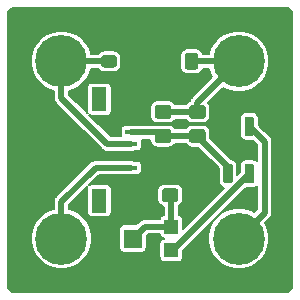
<source format=gbr>
G04 #@! TF.GenerationSoftware,KiCad,Pcbnew,(5.1.2)-2*
G04 #@! TF.CreationDate,2019-07-30T15:23:33+02:00*
G04 #@! TF.ProjectId,sensor_auxiliary,73656e73-6f72-45f6-9175-78696c696172,1*
G04 #@! TF.SameCoordinates,Original*
G04 #@! TF.FileFunction,Copper,L1,Top*
G04 #@! TF.FilePolarity,Positive*
%FSLAX46Y46*%
G04 Gerber Fmt 4.6, Leading zero omitted, Abs format (unit mm)*
G04 Created by KiCad (PCBNEW (5.1.2)-2) date 2019-07-30 15:23:33*
%MOMM*%
%LPD*%
G04 APERTURE LIST*
%ADD10R,1.200000X1.200000*%
%ADD11R,1.500000X1.600000*%
%ADD12C,0.100000*%
%ADD13C,0.790000*%
%ADD14C,1.150000*%
%ADD15C,1.050000*%
%ADD16C,4.400000*%
%ADD17C,0.700000*%
%ADD18R,1.300000X2.000000*%
%ADD19R,1.000000X0.400000*%
%ADD20C,0.500000*%
%ADD21C,0.200000*%
G04 APERTURE END LIST*
D10*
X44300000Y-51000000D03*
X44300000Y-49000000D03*
D11*
X41050000Y-50000000D03*
D12*
G36*
X49316858Y-39670951D02*
G01*
X49336030Y-39673795D01*
X49354831Y-39678504D01*
X49373080Y-39685034D01*
X49390601Y-39693321D01*
X49407225Y-39703285D01*
X49422793Y-39714830D01*
X49437154Y-39727846D01*
X49450170Y-39742207D01*
X49461715Y-39757775D01*
X49471679Y-39774399D01*
X49479966Y-39791920D01*
X49486496Y-39810169D01*
X49491205Y-39828970D01*
X49494049Y-39848142D01*
X49495000Y-39867500D01*
X49495000Y-41132500D01*
X49494049Y-41151858D01*
X49491205Y-41171030D01*
X49486496Y-41189831D01*
X49479966Y-41208080D01*
X49471679Y-41225601D01*
X49461715Y-41242225D01*
X49450170Y-41257793D01*
X49437154Y-41272154D01*
X49422793Y-41285170D01*
X49407225Y-41296715D01*
X49390601Y-41306679D01*
X49373080Y-41314966D01*
X49354831Y-41321496D01*
X49336030Y-41326205D01*
X49316858Y-41329049D01*
X49297500Y-41330000D01*
X48902500Y-41330000D01*
X48883142Y-41329049D01*
X48863970Y-41326205D01*
X48845169Y-41321496D01*
X48826920Y-41314966D01*
X48809399Y-41306679D01*
X48792775Y-41296715D01*
X48777207Y-41285170D01*
X48762846Y-41272154D01*
X48749830Y-41257793D01*
X48738285Y-41242225D01*
X48728321Y-41225601D01*
X48720034Y-41208080D01*
X48713504Y-41189831D01*
X48708795Y-41171030D01*
X48705951Y-41151858D01*
X48705000Y-41132500D01*
X48705000Y-39867500D01*
X48705951Y-39848142D01*
X48708795Y-39828970D01*
X48713504Y-39810169D01*
X48720034Y-39791920D01*
X48728321Y-39774399D01*
X48738285Y-39757775D01*
X48749830Y-39742207D01*
X48762846Y-39727846D01*
X48777207Y-39714830D01*
X48792775Y-39703285D01*
X48809399Y-39693321D01*
X48826920Y-39685034D01*
X48845169Y-39678504D01*
X48863970Y-39673795D01*
X48883142Y-39670951D01*
X48902500Y-39670000D01*
X49297500Y-39670000D01*
X49316858Y-39670951D01*
X49316858Y-39670951D01*
G37*
D13*
X49100000Y-40500000D03*
D12*
G36*
X51116858Y-39670951D02*
G01*
X51136030Y-39673795D01*
X51154831Y-39678504D01*
X51173080Y-39685034D01*
X51190601Y-39693321D01*
X51207225Y-39703285D01*
X51222793Y-39714830D01*
X51237154Y-39727846D01*
X51250170Y-39742207D01*
X51261715Y-39757775D01*
X51271679Y-39774399D01*
X51279966Y-39791920D01*
X51286496Y-39810169D01*
X51291205Y-39828970D01*
X51294049Y-39848142D01*
X51295000Y-39867500D01*
X51295000Y-41132500D01*
X51294049Y-41151858D01*
X51291205Y-41171030D01*
X51286496Y-41189831D01*
X51279966Y-41208080D01*
X51271679Y-41225601D01*
X51261715Y-41242225D01*
X51250170Y-41257793D01*
X51237154Y-41272154D01*
X51222793Y-41285170D01*
X51207225Y-41296715D01*
X51190601Y-41306679D01*
X51173080Y-41314966D01*
X51154831Y-41321496D01*
X51136030Y-41326205D01*
X51116858Y-41329049D01*
X51097500Y-41330000D01*
X50702500Y-41330000D01*
X50683142Y-41329049D01*
X50663970Y-41326205D01*
X50645169Y-41321496D01*
X50626920Y-41314966D01*
X50609399Y-41306679D01*
X50592775Y-41296715D01*
X50577207Y-41285170D01*
X50562846Y-41272154D01*
X50549830Y-41257793D01*
X50538285Y-41242225D01*
X50528321Y-41225601D01*
X50520034Y-41208080D01*
X50513504Y-41189831D01*
X50508795Y-41171030D01*
X50505951Y-41151858D01*
X50505000Y-41132500D01*
X50505000Y-39867500D01*
X50505951Y-39848142D01*
X50508795Y-39828970D01*
X50513504Y-39810169D01*
X50520034Y-39791920D01*
X50528321Y-39774399D01*
X50538285Y-39757775D01*
X50549830Y-39742207D01*
X50562846Y-39727846D01*
X50577207Y-39714830D01*
X50592775Y-39703285D01*
X50609399Y-39693321D01*
X50626920Y-39685034D01*
X50645169Y-39678504D01*
X50663970Y-39673795D01*
X50683142Y-39670951D01*
X50702500Y-39670000D01*
X51097500Y-39670000D01*
X51116858Y-39670951D01*
X51116858Y-39670951D01*
G37*
D13*
X50900000Y-40500000D03*
D12*
G36*
X51116858Y-43670951D02*
G01*
X51136030Y-43673795D01*
X51154831Y-43678504D01*
X51173080Y-43685034D01*
X51190601Y-43693321D01*
X51207225Y-43703285D01*
X51222793Y-43714830D01*
X51237154Y-43727846D01*
X51250170Y-43742207D01*
X51261715Y-43757775D01*
X51271679Y-43774399D01*
X51279966Y-43791920D01*
X51286496Y-43810169D01*
X51291205Y-43828970D01*
X51294049Y-43848142D01*
X51295000Y-43867500D01*
X51295000Y-45132500D01*
X51294049Y-45151858D01*
X51291205Y-45171030D01*
X51286496Y-45189831D01*
X51279966Y-45208080D01*
X51271679Y-45225601D01*
X51261715Y-45242225D01*
X51250170Y-45257793D01*
X51237154Y-45272154D01*
X51222793Y-45285170D01*
X51207225Y-45296715D01*
X51190601Y-45306679D01*
X51173080Y-45314966D01*
X51154831Y-45321496D01*
X51136030Y-45326205D01*
X51116858Y-45329049D01*
X51097500Y-45330000D01*
X50702500Y-45330000D01*
X50683142Y-45329049D01*
X50663970Y-45326205D01*
X50645169Y-45321496D01*
X50626920Y-45314966D01*
X50609399Y-45306679D01*
X50592775Y-45296715D01*
X50577207Y-45285170D01*
X50562846Y-45272154D01*
X50549830Y-45257793D01*
X50538285Y-45242225D01*
X50528321Y-45225601D01*
X50520034Y-45208080D01*
X50513504Y-45189831D01*
X50508795Y-45171030D01*
X50505951Y-45151858D01*
X50505000Y-45132500D01*
X50505000Y-43867500D01*
X50505951Y-43848142D01*
X50508795Y-43828970D01*
X50513504Y-43810169D01*
X50520034Y-43791920D01*
X50528321Y-43774399D01*
X50538285Y-43757775D01*
X50549830Y-43742207D01*
X50562846Y-43727846D01*
X50577207Y-43714830D01*
X50592775Y-43703285D01*
X50609399Y-43693321D01*
X50626920Y-43685034D01*
X50645169Y-43678504D01*
X50663970Y-43673795D01*
X50683142Y-43670951D01*
X50702500Y-43670000D01*
X51097500Y-43670000D01*
X51116858Y-43670951D01*
X51116858Y-43670951D01*
G37*
D13*
X50900000Y-44500000D03*
D12*
G36*
X49316858Y-43670951D02*
G01*
X49336030Y-43673795D01*
X49354831Y-43678504D01*
X49373080Y-43685034D01*
X49390601Y-43693321D01*
X49407225Y-43703285D01*
X49422793Y-43714830D01*
X49437154Y-43727846D01*
X49450170Y-43742207D01*
X49461715Y-43757775D01*
X49471679Y-43774399D01*
X49479966Y-43791920D01*
X49486496Y-43810169D01*
X49491205Y-43828970D01*
X49494049Y-43848142D01*
X49495000Y-43867500D01*
X49495000Y-45132500D01*
X49494049Y-45151858D01*
X49491205Y-45171030D01*
X49486496Y-45189831D01*
X49479966Y-45208080D01*
X49471679Y-45225601D01*
X49461715Y-45242225D01*
X49450170Y-45257793D01*
X49437154Y-45272154D01*
X49422793Y-45285170D01*
X49407225Y-45296715D01*
X49390601Y-45306679D01*
X49373080Y-45314966D01*
X49354831Y-45321496D01*
X49336030Y-45326205D01*
X49316858Y-45329049D01*
X49297500Y-45330000D01*
X48902500Y-45330000D01*
X48883142Y-45329049D01*
X48863970Y-45326205D01*
X48845169Y-45321496D01*
X48826920Y-45314966D01*
X48809399Y-45306679D01*
X48792775Y-45296715D01*
X48777207Y-45285170D01*
X48762846Y-45272154D01*
X48749830Y-45257793D01*
X48738285Y-45242225D01*
X48728321Y-45225601D01*
X48720034Y-45208080D01*
X48713504Y-45189831D01*
X48708795Y-45171030D01*
X48705951Y-45151858D01*
X48705000Y-45132500D01*
X48705000Y-43867500D01*
X48705951Y-43848142D01*
X48708795Y-43828970D01*
X48713504Y-43810169D01*
X48720034Y-43791920D01*
X48728321Y-43774399D01*
X48738285Y-43757775D01*
X48749830Y-43742207D01*
X48762846Y-43727846D01*
X48777207Y-43714830D01*
X48792775Y-43703285D01*
X48809399Y-43693321D01*
X48826920Y-43685034D01*
X48845169Y-43678504D01*
X48863970Y-43673795D01*
X48883142Y-43670951D01*
X48902500Y-43670000D01*
X49297500Y-43670000D01*
X49316858Y-43670951D01*
X49316858Y-43670951D01*
G37*
D13*
X49100000Y-44500000D03*
D12*
G36*
X44074505Y-40751204D02*
G01*
X44098773Y-40754804D01*
X44122572Y-40760765D01*
X44145671Y-40769030D01*
X44167850Y-40779520D01*
X44188893Y-40792132D01*
X44208599Y-40806747D01*
X44226777Y-40823223D01*
X44243253Y-40841401D01*
X44257868Y-40861107D01*
X44270480Y-40882150D01*
X44280970Y-40904329D01*
X44289235Y-40927428D01*
X44295196Y-40951227D01*
X44298796Y-40975495D01*
X44300000Y-40999999D01*
X44300000Y-41650001D01*
X44298796Y-41674505D01*
X44295196Y-41698773D01*
X44289235Y-41722572D01*
X44280970Y-41745671D01*
X44270480Y-41767850D01*
X44257868Y-41788893D01*
X44243253Y-41808599D01*
X44226777Y-41826777D01*
X44208599Y-41843253D01*
X44188893Y-41857868D01*
X44167850Y-41870480D01*
X44145671Y-41880970D01*
X44122572Y-41889235D01*
X44098773Y-41895196D01*
X44074505Y-41898796D01*
X44050001Y-41900000D01*
X43149999Y-41900000D01*
X43125495Y-41898796D01*
X43101227Y-41895196D01*
X43077428Y-41889235D01*
X43054329Y-41880970D01*
X43032150Y-41870480D01*
X43011107Y-41857868D01*
X42991401Y-41843253D01*
X42973223Y-41826777D01*
X42956747Y-41808599D01*
X42942132Y-41788893D01*
X42929520Y-41767850D01*
X42919030Y-41745671D01*
X42910765Y-41722572D01*
X42904804Y-41698773D01*
X42901204Y-41674505D01*
X42900000Y-41650001D01*
X42900000Y-40999999D01*
X42901204Y-40975495D01*
X42904804Y-40951227D01*
X42910765Y-40927428D01*
X42919030Y-40904329D01*
X42929520Y-40882150D01*
X42942132Y-40861107D01*
X42956747Y-40841401D01*
X42973223Y-40823223D01*
X42991401Y-40806747D01*
X43011107Y-40792132D01*
X43032150Y-40779520D01*
X43054329Y-40769030D01*
X43077428Y-40760765D01*
X43101227Y-40754804D01*
X43125495Y-40751204D01*
X43149999Y-40750000D01*
X44050001Y-40750000D01*
X44074505Y-40751204D01*
X44074505Y-40751204D01*
G37*
D14*
X43600000Y-41325000D03*
D12*
G36*
X44074505Y-38701204D02*
G01*
X44098773Y-38704804D01*
X44122572Y-38710765D01*
X44145671Y-38719030D01*
X44167850Y-38729520D01*
X44188893Y-38742132D01*
X44208599Y-38756747D01*
X44226777Y-38773223D01*
X44243253Y-38791401D01*
X44257868Y-38811107D01*
X44270480Y-38832150D01*
X44280970Y-38854329D01*
X44289235Y-38877428D01*
X44295196Y-38901227D01*
X44298796Y-38925495D01*
X44300000Y-38949999D01*
X44300000Y-39600001D01*
X44298796Y-39624505D01*
X44295196Y-39648773D01*
X44289235Y-39672572D01*
X44280970Y-39695671D01*
X44270480Y-39717850D01*
X44257868Y-39738893D01*
X44243253Y-39758599D01*
X44226777Y-39776777D01*
X44208599Y-39793253D01*
X44188893Y-39807868D01*
X44167850Y-39820480D01*
X44145671Y-39830970D01*
X44122572Y-39839235D01*
X44098773Y-39845196D01*
X44074505Y-39848796D01*
X44050001Y-39850000D01*
X43149999Y-39850000D01*
X43125495Y-39848796D01*
X43101227Y-39845196D01*
X43077428Y-39839235D01*
X43054329Y-39830970D01*
X43032150Y-39820480D01*
X43011107Y-39807868D01*
X42991401Y-39793253D01*
X42973223Y-39776777D01*
X42956747Y-39758599D01*
X42942132Y-39738893D01*
X42929520Y-39717850D01*
X42919030Y-39695671D01*
X42910765Y-39672572D01*
X42904804Y-39648773D01*
X42901204Y-39624505D01*
X42900000Y-39600001D01*
X42900000Y-38949999D01*
X42901204Y-38925495D01*
X42904804Y-38901227D01*
X42910765Y-38877428D01*
X42919030Y-38854329D01*
X42929520Y-38832150D01*
X42942132Y-38811107D01*
X42956747Y-38791401D01*
X42973223Y-38773223D01*
X42991401Y-38756747D01*
X43011107Y-38742132D01*
X43032150Y-38729520D01*
X43054329Y-38719030D01*
X43077428Y-38710765D01*
X43101227Y-38704804D01*
X43125495Y-38701204D01*
X43149999Y-38700000D01*
X44050001Y-38700000D01*
X44074505Y-38701204D01*
X44074505Y-38701204D01*
G37*
D14*
X43600000Y-39275000D03*
D12*
G36*
X41399505Y-34476204D02*
G01*
X41423773Y-34479804D01*
X41447572Y-34485765D01*
X41470671Y-34494030D01*
X41492850Y-34504520D01*
X41513893Y-34517132D01*
X41533599Y-34531747D01*
X41551777Y-34548223D01*
X41568253Y-34566401D01*
X41582868Y-34586107D01*
X41595480Y-34607150D01*
X41605970Y-34629329D01*
X41614235Y-34652428D01*
X41620196Y-34676227D01*
X41623796Y-34700495D01*
X41625000Y-34724999D01*
X41625000Y-35275001D01*
X41623796Y-35299505D01*
X41620196Y-35323773D01*
X41614235Y-35347572D01*
X41605970Y-35370671D01*
X41595480Y-35392850D01*
X41582868Y-35413893D01*
X41568253Y-35433599D01*
X41551777Y-35451777D01*
X41533599Y-35468253D01*
X41513893Y-35482868D01*
X41492850Y-35495480D01*
X41470671Y-35505970D01*
X41447572Y-35514235D01*
X41423773Y-35520196D01*
X41399505Y-35523796D01*
X41375001Y-35525000D01*
X40574999Y-35525000D01*
X40550495Y-35523796D01*
X40526227Y-35520196D01*
X40502428Y-35514235D01*
X40479329Y-35505970D01*
X40457150Y-35495480D01*
X40436107Y-35482868D01*
X40416401Y-35468253D01*
X40398223Y-35451777D01*
X40381747Y-35433599D01*
X40367132Y-35413893D01*
X40354520Y-35392850D01*
X40344030Y-35370671D01*
X40335765Y-35347572D01*
X40329804Y-35323773D01*
X40326204Y-35299505D01*
X40325000Y-35275001D01*
X40325000Y-34724999D01*
X40326204Y-34700495D01*
X40329804Y-34676227D01*
X40335765Y-34652428D01*
X40344030Y-34629329D01*
X40354520Y-34607150D01*
X40367132Y-34586107D01*
X40381747Y-34566401D01*
X40398223Y-34548223D01*
X40416401Y-34531747D01*
X40436107Y-34517132D01*
X40457150Y-34504520D01*
X40479329Y-34494030D01*
X40502428Y-34485765D01*
X40526227Y-34479804D01*
X40550495Y-34476204D01*
X40574999Y-34475000D01*
X41375001Y-34475000D01*
X41399505Y-34476204D01*
X41399505Y-34476204D01*
G37*
D15*
X40975000Y-35000000D03*
D12*
G36*
X39449505Y-34476204D02*
G01*
X39473773Y-34479804D01*
X39497572Y-34485765D01*
X39520671Y-34494030D01*
X39542850Y-34504520D01*
X39563893Y-34517132D01*
X39583599Y-34531747D01*
X39601777Y-34548223D01*
X39618253Y-34566401D01*
X39632868Y-34586107D01*
X39645480Y-34607150D01*
X39655970Y-34629329D01*
X39664235Y-34652428D01*
X39670196Y-34676227D01*
X39673796Y-34700495D01*
X39675000Y-34724999D01*
X39675000Y-35275001D01*
X39673796Y-35299505D01*
X39670196Y-35323773D01*
X39664235Y-35347572D01*
X39655970Y-35370671D01*
X39645480Y-35392850D01*
X39632868Y-35413893D01*
X39618253Y-35433599D01*
X39601777Y-35451777D01*
X39583599Y-35468253D01*
X39563893Y-35482868D01*
X39542850Y-35495480D01*
X39520671Y-35505970D01*
X39497572Y-35514235D01*
X39473773Y-35520196D01*
X39449505Y-35523796D01*
X39425001Y-35525000D01*
X38624999Y-35525000D01*
X38600495Y-35523796D01*
X38576227Y-35520196D01*
X38552428Y-35514235D01*
X38529329Y-35505970D01*
X38507150Y-35495480D01*
X38486107Y-35482868D01*
X38466401Y-35468253D01*
X38448223Y-35451777D01*
X38431747Y-35433599D01*
X38417132Y-35413893D01*
X38404520Y-35392850D01*
X38394030Y-35370671D01*
X38385765Y-35347572D01*
X38379804Y-35323773D01*
X38376204Y-35299505D01*
X38375000Y-35275001D01*
X38375000Y-34724999D01*
X38376204Y-34700495D01*
X38379804Y-34676227D01*
X38385765Y-34652428D01*
X38394030Y-34629329D01*
X38404520Y-34607150D01*
X38417132Y-34586107D01*
X38431747Y-34566401D01*
X38448223Y-34548223D01*
X38466401Y-34531747D01*
X38486107Y-34517132D01*
X38507150Y-34504520D01*
X38529329Y-34494030D01*
X38552428Y-34485765D01*
X38576227Y-34479804D01*
X38600495Y-34476204D01*
X38624999Y-34475000D01*
X39425001Y-34475000D01*
X39449505Y-34476204D01*
X39449505Y-34476204D01*
G37*
D15*
X39025000Y-35000000D03*
D12*
G36*
X44324505Y-34301204D02*
G01*
X44348773Y-34304804D01*
X44372572Y-34310765D01*
X44395671Y-34319030D01*
X44417850Y-34329520D01*
X44438893Y-34342132D01*
X44458599Y-34356747D01*
X44476777Y-34373223D01*
X44493253Y-34391401D01*
X44507868Y-34411107D01*
X44520480Y-34432150D01*
X44530970Y-34454329D01*
X44539235Y-34477428D01*
X44545196Y-34501227D01*
X44548796Y-34525495D01*
X44550000Y-34549999D01*
X44550000Y-35450001D01*
X44548796Y-35474505D01*
X44545196Y-35498773D01*
X44539235Y-35522572D01*
X44530970Y-35545671D01*
X44520480Y-35567850D01*
X44507868Y-35588893D01*
X44493253Y-35608599D01*
X44476777Y-35626777D01*
X44458599Y-35643253D01*
X44438893Y-35657868D01*
X44417850Y-35670480D01*
X44395671Y-35680970D01*
X44372572Y-35689235D01*
X44348773Y-35695196D01*
X44324505Y-35698796D01*
X44300001Y-35700000D01*
X43649999Y-35700000D01*
X43625495Y-35698796D01*
X43601227Y-35695196D01*
X43577428Y-35689235D01*
X43554329Y-35680970D01*
X43532150Y-35670480D01*
X43511107Y-35657868D01*
X43491401Y-35643253D01*
X43473223Y-35626777D01*
X43456747Y-35608599D01*
X43442132Y-35588893D01*
X43429520Y-35567850D01*
X43419030Y-35545671D01*
X43410765Y-35522572D01*
X43404804Y-35498773D01*
X43401204Y-35474505D01*
X43400000Y-35450001D01*
X43400000Y-34549999D01*
X43401204Y-34525495D01*
X43404804Y-34501227D01*
X43410765Y-34477428D01*
X43419030Y-34454329D01*
X43429520Y-34432150D01*
X43442132Y-34411107D01*
X43456747Y-34391401D01*
X43473223Y-34373223D01*
X43491401Y-34356747D01*
X43511107Y-34342132D01*
X43532150Y-34329520D01*
X43554329Y-34319030D01*
X43577428Y-34310765D01*
X43601227Y-34304804D01*
X43625495Y-34301204D01*
X43649999Y-34300000D01*
X44300001Y-34300000D01*
X44324505Y-34301204D01*
X44324505Y-34301204D01*
G37*
D14*
X43975000Y-35000000D03*
D12*
G36*
X46374505Y-34301204D02*
G01*
X46398773Y-34304804D01*
X46422572Y-34310765D01*
X46445671Y-34319030D01*
X46467850Y-34329520D01*
X46488893Y-34342132D01*
X46508599Y-34356747D01*
X46526777Y-34373223D01*
X46543253Y-34391401D01*
X46557868Y-34411107D01*
X46570480Y-34432150D01*
X46580970Y-34454329D01*
X46589235Y-34477428D01*
X46595196Y-34501227D01*
X46598796Y-34525495D01*
X46600000Y-34549999D01*
X46600000Y-35450001D01*
X46598796Y-35474505D01*
X46595196Y-35498773D01*
X46589235Y-35522572D01*
X46580970Y-35545671D01*
X46570480Y-35567850D01*
X46557868Y-35588893D01*
X46543253Y-35608599D01*
X46526777Y-35626777D01*
X46508599Y-35643253D01*
X46488893Y-35657868D01*
X46467850Y-35670480D01*
X46445671Y-35680970D01*
X46422572Y-35689235D01*
X46398773Y-35695196D01*
X46374505Y-35698796D01*
X46350001Y-35700000D01*
X45699999Y-35700000D01*
X45675495Y-35698796D01*
X45651227Y-35695196D01*
X45627428Y-35689235D01*
X45604329Y-35680970D01*
X45582150Y-35670480D01*
X45561107Y-35657868D01*
X45541401Y-35643253D01*
X45523223Y-35626777D01*
X45506747Y-35608599D01*
X45492132Y-35588893D01*
X45479520Y-35567850D01*
X45469030Y-35545671D01*
X45460765Y-35522572D01*
X45454804Y-35498773D01*
X45451204Y-35474505D01*
X45450000Y-35450001D01*
X45450000Y-34549999D01*
X45451204Y-34525495D01*
X45454804Y-34501227D01*
X45460765Y-34477428D01*
X45469030Y-34454329D01*
X45479520Y-34432150D01*
X45492132Y-34411107D01*
X45506747Y-34391401D01*
X45523223Y-34373223D01*
X45541401Y-34356747D01*
X45561107Y-34342132D01*
X45582150Y-34329520D01*
X45604329Y-34319030D01*
X45627428Y-34310765D01*
X45651227Y-34304804D01*
X45675495Y-34301204D01*
X45699999Y-34300000D01*
X46350001Y-34300000D01*
X46374505Y-34301204D01*
X46374505Y-34301204D01*
G37*
D14*
X46025000Y-35000000D03*
D16*
X35000000Y-35000000D03*
D17*
X36650000Y-35000000D03*
X36166726Y-36166726D03*
X35000000Y-36650000D03*
X33833274Y-36166726D03*
X33350000Y-35000000D03*
X33833274Y-33833274D03*
X35000000Y-33350000D03*
X36166726Y-33833274D03*
X36166726Y-48833274D03*
X35000000Y-48350000D03*
X33833274Y-48833274D03*
X33350000Y-50000000D03*
X33833274Y-51166726D03*
X35000000Y-51650000D03*
X36166726Y-51166726D03*
X36650000Y-50000000D03*
D16*
X35000000Y-50000000D03*
X50000000Y-35000000D03*
D17*
X51650000Y-35000000D03*
X51166726Y-36166726D03*
X50000000Y-36650000D03*
X48833274Y-36166726D03*
X48350000Y-35000000D03*
X48833274Y-33833274D03*
X50000000Y-33350000D03*
X51166726Y-33833274D03*
X51166726Y-48833274D03*
X50000000Y-48350000D03*
X48833274Y-48833274D03*
X48350000Y-50000000D03*
X48833274Y-51166726D03*
X50000000Y-51650000D03*
X51166726Y-51166726D03*
X51650000Y-50000000D03*
D16*
X50000000Y-50000000D03*
D18*
X38210000Y-38200000D03*
X38210000Y-46800000D03*
D19*
X40910000Y-41000000D03*
X40910000Y-42000000D03*
X40910000Y-43000000D03*
X40910000Y-44000000D03*
D12*
G36*
X44674505Y-45751204D02*
G01*
X44698773Y-45754804D01*
X44722572Y-45760765D01*
X44745671Y-45769030D01*
X44767850Y-45779520D01*
X44788893Y-45792132D01*
X44808599Y-45806747D01*
X44826777Y-45823223D01*
X44843253Y-45841401D01*
X44857868Y-45861107D01*
X44870480Y-45882150D01*
X44880970Y-45904329D01*
X44889235Y-45927428D01*
X44895196Y-45951227D01*
X44898796Y-45975495D01*
X44900000Y-45999999D01*
X44900000Y-46650001D01*
X44898796Y-46674505D01*
X44895196Y-46698773D01*
X44889235Y-46722572D01*
X44880970Y-46745671D01*
X44870480Y-46767850D01*
X44857868Y-46788893D01*
X44843253Y-46808599D01*
X44826777Y-46826777D01*
X44808599Y-46843253D01*
X44788893Y-46857868D01*
X44767850Y-46870480D01*
X44745671Y-46880970D01*
X44722572Y-46889235D01*
X44698773Y-46895196D01*
X44674505Y-46898796D01*
X44650001Y-46900000D01*
X43749999Y-46900000D01*
X43725495Y-46898796D01*
X43701227Y-46895196D01*
X43677428Y-46889235D01*
X43654329Y-46880970D01*
X43632150Y-46870480D01*
X43611107Y-46857868D01*
X43591401Y-46843253D01*
X43573223Y-46826777D01*
X43556747Y-46808599D01*
X43542132Y-46788893D01*
X43529520Y-46767850D01*
X43519030Y-46745671D01*
X43510765Y-46722572D01*
X43504804Y-46698773D01*
X43501204Y-46674505D01*
X43500000Y-46650001D01*
X43500000Y-45999999D01*
X43501204Y-45975495D01*
X43504804Y-45951227D01*
X43510765Y-45927428D01*
X43519030Y-45904329D01*
X43529520Y-45882150D01*
X43542132Y-45861107D01*
X43556747Y-45841401D01*
X43573223Y-45823223D01*
X43591401Y-45806747D01*
X43611107Y-45792132D01*
X43632150Y-45779520D01*
X43654329Y-45769030D01*
X43677428Y-45760765D01*
X43701227Y-45754804D01*
X43725495Y-45751204D01*
X43749999Y-45750000D01*
X44650001Y-45750000D01*
X44674505Y-45751204D01*
X44674505Y-45751204D01*
G37*
D14*
X44200000Y-46325000D03*
D12*
G36*
X44674505Y-43701204D02*
G01*
X44698773Y-43704804D01*
X44722572Y-43710765D01*
X44745671Y-43719030D01*
X44767850Y-43729520D01*
X44788893Y-43742132D01*
X44808599Y-43756747D01*
X44826777Y-43773223D01*
X44843253Y-43791401D01*
X44857868Y-43811107D01*
X44870480Y-43832150D01*
X44880970Y-43854329D01*
X44889235Y-43877428D01*
X44895196Y-43901227D01*
X44898796Y-43925495D01*
X44900000Y-43949999D01*
X44900000Y-44600001D01*
X44898796Y-44624505D01*
X44895196Y-44648773D01*
X44889235Y-44672572D01*
X44880970Y-44695671D01*
X44870480Y-44717850D01*
X44857868Y-44738893D01*
X44843253Y-44758599D01*
X44826777Y-44776777D01*
X44808599Y-44793253D01*
X44788893Y-44807868D01*
X44767850Y-44820480D01*
X44745671Y-44830970D01*
X44722572Y-44839235D01*
X44698773Y-44845196D01*
X44674505Y-44848796D01*
X44650001Y-44850000D01*
X43749999Y-44850000D01*
X43725495Y-44848796D01*
X43701227Y-44845196D01*
X43677428Y-44839235D01*
X43654329Y-44830970D01*
X43632150Y-44820480D01*
X43611107Y-44807868D01*
X43591401Y-44793253D01*
X43573223Y-44776777D01*
X43556747Y-44758599D01*
X43542132Y-44738893D01*
X43529520Y-44717850D01*
X43519030Y-44695671D01*
X43510765Y-44672572D01*
X43504804Y-44648773D01*
X43501204Y-44624505D01*
X43500000Y-44600001D01*
X43500000Y-43949999D01*
X43501204Y-43925495D01*
X43504804Y-43901227D01*
X43510765Y-43877428D01*
X43519030Y-43854329D01*
X43529520Y-43832150D01*
X43542132Y-43811107D01*
X43556747Y-43791401D01*
X43573223Y-43773223D01*
X43591401Y-43756747D01*
X43611107Y-43742132D01*
X43632150Y-43729520D01*
X43654329Y-43719030D01*
X43677428Y-43710765D01*
X43701227Y-43704804D01*
X43725495Y-43701204D01*
X43749999Y-43700000D01*
X44650001Y-43700000D01*
X44674505Y-43701204D01*
X44674505Y-43701204D01*
G37*
D14*
X44200000Y-44275000D03*
D12*
G36*
X46974505Y-38701204D02*
G01*
X46998773Y-38704804D01*
X47022572Y-38710765D01*
X47045671Y-38719030D01*
X47067850Y-38729520D01*
X47088893Y-38742132D01*
X47108599Y-38756747D01*
X47126777Y-38773223D01*
X47143253Y-38791401D01*
X47157868Y-38811107D01*
X47170480Y-38832150D01*
X47180970Y-38854329D01*
X47189235Y-38877428D01*
X47195196Y-38901227D01*
X47198796Y-38925495D01*
X47200000Y-38949999D01*
X47200000Y-39600001D01*
X47198796Y-39624505D01*
X47195196Y-39648773D01*
X47189235Y-39672572D01*
X47180970Y-39695671D01*
X47170480Y-39717850D01*
X47157868Y-39738893D01*
X47143253Y-39758599D01*
X47126777Y-39776777D01*
X47108599Y-39793253D01*
X47088893Y-39807868D01*
X47067850Y-39820480D01*
X47045671Y-39830970D01*
X47022572Y-39839235D01*
X46998773Y-39845196D01*
X46974505Y-39848796D01*
X46950001Y-39850000D01*
X46049999Y-39850000D01*
X46025495Y-39848796D01*
X46001227Y-39845196D01*
X45977428Y-39839235D01*
X45954329Y-39830970D01*
X45932150Y-39820480D01*
X45911107Y-39807868D01*
X45891401Y-39793253D01*
X45873223Y-39776777D01*
X45856747Y-39758599D01*
X45842132Y-39738893D01*
X45829520Y-39717850D01*
X45819030Y-39695671D01*
X45810765Y-39672572D01*
X45804804Y-39648773D01*
X45801204Y-39624505D01*
X45800000Y-39600001D01*
X45800000Y-38949999D01*
X45801204Y-38925495D01*
X45804804Y-38901227D01*
X45810765Y-38877428D01*
X45819030Y-38854329D01*
X45829520Y-38832150D01*
X45842132Y-38811107D01*
X45856747Y-38791401D01*
X45873223Y-38773223D01*
X45891401Y-38756747D01*
X45911107Y-38742132D01*
X45932150Y-38729520D01*
X45954329Y-38719030D01*
X45977428Y-38710765D01*
X46001227Y-38704804D01*
X46025495Y-38701204D01*
X46049999Y-38700000D01*
X46950001Y-38700000D01*
X46974505Y-38701204D01*
X46974505Y-38701204D01*
G37*
D14*
X46500000Y-39275000D03*
D12*
G36*
X46974505Y-40751204D02*
G01*
X46998773Y-40754804D01*
X47022572Y-40760765D01*
X47045671Y-40769030D01*
X47067850Y-40779520D01*
X47088893Y-40792132D01*
X47108599Y-40806747D01*
X47126777Y-40823223D01*
X47143253Y-40841401D01*
X47157868Y-40861107D01*
X47170480Y-40882150D01*
X47180970Y-40904329D01*
X47189235Y-40927428D01*
X47195196Y-40951227D01*
X47198796Y-40975495D01*
X47200000Y-40999999D01*
X47200000Y-41650001D01*
X47198796Y-41674505D01*
X47195196Y-41698773D01*
X47189235Y-41722572D01*
X47180970Y-41745671D01*
X47170480Y-41767850D01*
X47157868Y-41788893D01*
X47143253Y-41808599D01*
X47126777Y-41826777D01*
X47108599Y-41843253D01*
X47088893Y-41857868D01*
X47067850Y-41870480D01*
X47045671Y-41880970D01*
X47022572Y-41889235D01*
X46998773Y-41895196D01*
X46974505Y-41898796D01*
X46950001Y-41900000D01*
X46049999Y-41900000D01*
X46025495Y-41898796D01*
X46001227Y-41895196D01*
X45977428Y-41889235D01*
X45954329Y-41880970D01*
X45932150Y-41870480D01*
X45911107Y-41857868D01*
X45891401Y-41843253D01*
X45873223Y-41826777D01*
X45856747Y-41808599D01*
X45842132Y-41788893D01*
X45829520Y-41767850D01*
X45819030Y-41745671D01*
X45810765Y-41722572D01*
X45804804Y-41698773D01*
X45801204Y-41674505D01*
X45800000Y-41650001D01*
X45800000Y-40999999D01*
X45801204Y-40975495D01*
X45804804Y-40951227D01*
X45810765Y-40927428D01*
X45819030Y-40904329D01*
X45829520Y-40882150D01*
X45842132Y-40861107D01*
X45856747Y-40841401D01*
X45873223Y-40823223D01*
X45891401Y-40806747D01*
X45911107Y-40792132D01*
X45932150Y-40779520D01*
X45954329Y-40769030D01*
X45977428Y-40760765D01*
X46001227Y-40754804D01*
X46025495Y-40751204D01*
X46049999Y-40750000D01*
X46950001Y-40750000D01*
X46974505Y-40751204D01*
X46974505Y-40751204D01*
G37*
D14*
X46500000Y-41325000D03*
D20*
X35000000Y-38111269D02*
X35000000Y-35000000D01*
X38888731Y-42000000D02*
X35000000Y-38111269D01*
X40910000Y-42000000D02*
X38888731Y-42000000D01*
X35000000Y-46888731D02*
X35000000Y-50000000D01*
X37888731Y-44000000D02*
X35000000Y-46888731D01*
X40910000Y-44000000D02*
X37888731Y-44000000D01*
X35000000Y-35000000D02*
X39025000Y-35000000D01*
X50000000Y-35000000D02*
X46025000Y-35000000D01*
X43600000Y-39275000D02*
X46500000Y-39275000D01*
X46500000Y-38500000D02*
X50000000Y-35000000D01*
X46500000Y-39275000D02*
X46500000Y-38500000D01*
X51365710Y-40965710D02*
X50900000Y-40500000D01*
X52199999Y-41799999D02*
X51365710Y-40965710D01*
X52199999Y-47800001D02*
X52199999Y-41799999D01*
X50000000Y-50000000D02*
X52199999Y-47800001D01*
X42050000Y-49000000D02*
X41050000Y-50000000D01*
X44300000Y-49000000D02*
X42050000Y-49000000D01*
X44300000Y-46425000D02*
X44200000Y-46325000D01*
X44300000Y-49000000D02*
X44300000Y-46425000D01*
X44400000Y-51000000D02*
X44300000Y-51000000D01*
X50900000Y-44500000D02*
X44400000Y-51000000D01*
X49100000Y-43925000D02*
X46500000Y-41325000D01*
X49100000Y-44500000D02*
X49100000Y-43925000D01*
X46500000Y-41325000D02*
X43600000Y-41325000D01*
X40910000Y-41000000D02*
X43275000Y-41000000D01*
X43275000Y-41000000D02*
X43600000Y-41325000D01*
D21*
G36*
X54500000Y-30841422D02*
G01*
X54500000Y-54158578D01*
X54158578Y-54500000D01*
X30841422Y-54500000D01*
X30500000Y-54158578D01*
X30500000Y-49743922D01*
X32400000Y-49743922D01*
X32400000Y-50256078D01*
X32499917Y-50758392D01*
X32695910Y-51231562D01*
X32980448Y-51657403D01*
X33342597Y-52019552D01*
X33768438Y-52304090D01*
X34241608Y-52500083D01*
X34743922Y-52600000D01*
X35256078Y-52600000D01*
X35758392Y-52500083D01*
X36231562Y-52304090D01*
X36657403Y-52019552D01*
X37019552Y-51657403D01*
X37304090Y-51231562D01*
X37500083Y-50758392D01*
X37600000Y-50256078D01*
X37600000Y-49743922D01*
X37500083Y-49241608D01*
X37304090Y-48768438D01*
X37019552Y-48342597D01*
X36657403Y-47980448D01*
X36231562Y-47695910D01*
X35758392Y-47499917D01*
X35650000Y-47478356D01*
X35650000Y-47157969D01*
X37219522Y-45588447D01*
X37188660Y-45646186D01*
X37165788Y-45721586D01*
X37158065Y-45800000D01*
X37158065Y-47800000D01*
X37165788Y-47878414D01*
X37188660Y-47953814D01*
X37225803Y-48023303D01*
X37275789Y-48084211D01*
X37336697Y-48134197D01*
X37406186Y-48171340D01*
X37481586Y-48194212D01*
X37560000Y-48201935D01*
X38860000Y-48201935D01*
X38938414Y-48194212D01*
X39013814Y-48171340D01*
X39083303Y-48134197D01*
X39144211Y-48084211D01*
X39194197Y-48023303D01*
X39231340Y-47953814D01*
X39254212Y-47878414D01*
X39261935Y-47800000D01*
X39261935Y-45800000D01*
X39254212Y-45721586D01*
X39231340Y-45646186D01*
X39194197Y-45576697D01*
X39144211Y-45515789D01*
X39083303Y-45465803D01*
X39013814Y-45428660D01*
X38938414Y-45405788D01*
X38860000Y-45398065D01*
X37560000Y-45398065D01*
X37481586Y-45405788D01*
X37406186Y-45428660D01*
X37348447Y-45459522D01*
X38157970Y-44650000D01*
X40941932Y-44650000D01*
X41037422Y-44640595D01*
X41159948Y-44603427D01*
X41162739Y-44601935D01*
X41410000Y-44601935D01*
X41488414Y-44594212D01*
X41563814Y-44571340D01*
X41633303Y-44534197D01*
X41694211Y-44484211D01*
X41744197Y-44423303D01*
X41781340Y-44353814D01*
X41804212Y-44278414D01*
X41811935Y-44200000D01*
X41811935Y-43800000D01*
X41804212Y-43721586D01*
X41781340Y-43646186D01*
X41744197Y-43576697D01*
X41694211Y-43515789D01*
X41633303Y-43465803D01*
X41563814Y-43428660D01*
X41488414Y-43405788D01*
X41410000Y-43398065D01*
X41162739Y-43398065D01*
X41159948Y-43396573D01*
X41037422Y-43359405D01*
X40941932Y-43350000D01*
X37920655Y-43350000D01*
X37888731Y-43346856D01*
X37856807Y-43350000D01*
X37856799Y-43350000D01*
X37761309Y-43359405D01*
X37638783Y-43396573D01*
X37525863Y-43456930D01*
X37451691Y-43517801D01*
X37451688Y-43517804D01*
X37426888Y-43538157D01*
X37406535Y-43562957D01*
X34562962Y-46406531D01*
X34538157Y-46426888D01*
X34517802Y-46451691D01*
X34456930Y-46525863D01*
X34396574Y-46638783D01*
X34396573Y-46638784D01*
X34359405Y-46761310D01*
X34350000Y-46856800D01*
X34350000Y-46856810D01*
X34346856Y-46888731D01*
X34350000Y-46920653D01*
X34350000Y-47478356D01*
X34241608Y-47499917D01*
X33768438Y-47695910D01*
X33342597Y-47980448D01*
X32980448Y-48342597D01*
X32695910Y-48768438D01*
X32499917Y-49241608D01*
X32400000Y-49743922D01*
X30500000Y-49743922D01*
X30500000Y-34743922D01*
X32400000Y-34743922D01*
X32400000Y-35256078D01*
X32499917Y-35758392D01*
X32695910Y-36231562D01*
X32980448Y-36657403D01*
X33342597Y-37019552D01*
X33768438Y-37304090D01*
X34241608Y-37500083D01*
X34350000Y-37521644D01*
X34350000Y-38079347D01*
X34346856Y-38111269D01*
X34350000Y-38143190D01*
X34350000Y-38143200D01*
X34359405Y-38238690D01*
X34392470Y-38347691D01*
X34396573Y-38361216D01*
X34456930Y-38474137D01*
X34507369Y-38535597D01*
X34538157Y-38573112D01*
X34562962Y-38593469D01*
X38406535Y-42437043D01*
X38426888Y-42461843D01*
X38451688Y-42482196D01*
X38451690Y-42482198D01*
X38454143Y-42484211D01*
X38525863Y-42543070D01*
X38638783Y-42603427D01*
X38761309Y-42640595D01*
X38856799Y-42650000D01*
X38856809Y-42650000D01*
X38888730Y-42653144D01*
X38920651Y-42650000D01*
X40941932Y-42650000D01*
X41037422Y-42640595D01*
X41159948Y-42603427D01*
X41162739Y-42601935D01*
X41410000Y-42601935D01*
X41488414Y-42594212D01*
X41563814Y-42571340D01*
X41633303Y-42534197D01*
X41694211Y-42484211D01*
X41744197Y-42423303D01*
X41781340Y-42353814D01*
X41804212Y-42278414D01*
X41811935Y-42200000D01*
X41811935Y-41800000D01*
X41804212Y-41721586D01*
X41782497Y-41650000D01*
X42498065Y-41650000D01*
X42498065Y-41650001D01*
X42510592Y-41777187D01*
X42547691Y-41899485D01*
X42607936Y-42012196D01*
X42689012Y-42110988D01*
X42787804Y-42192064D01*
X42900515Y-42252309D01*
X43022813Y-42289408D01*
X43149999Y-42301935D01*
X44050001Y-42301935D01*
X44177187Y-42289408D01*
X44299485Y-42252309D01*
X44412196Y-42192064D01*
X44510988Y-42110988D01*
X44592064Y-42012196D01*
X44611946Y-41975000D01*
X45488054Y-41975000D01*
X45507936Y-42012196D01*
X45589012Y-42110988D01*
X45687804Y-42192064D01*
X45800515Y-42252309D01*
X45922813Y-42289408D01*
X46049999Y-42301935D01*
X46557697Y-42301935D01*
X48303065Y-44047304D01*
X48303065Y-45132500D01*
X48314583Y-45249444D01*
X48348694Y-45361894D01*
X48404088Y-45465528D01*
X48478635Y-45556365D01*
X48569472Y-45630912D01*
X48673106Y-45686306D01*
X48766212Y-45714549D01*
X45301935Y-49178827D01*
X45301935Y-48400000D01*
X45294212Y-48321586D01*
X45271340Y-48246186D01*
X45234197Y-48176697D01*
X45184211Y-48115789D01*
X45123303Y-48065803D01*
X45053814Y-48028660D01*
X44978414Y-48005788D01*
X44950000Y-48002990D01*
X44950000Y-47225308D01*
X45012196Y-47192064D01*
X45110988Y-47110988D01*
X45192064Y-47012196D01*
X45252309Y-46899485D01*
X45289408Y-46777187D01*
X45301935Y-46650001D01*
X45301935Y-45999999D01*
X45289408Y-45872813D01*
X45252309Y-45750515D01*
X45192064Y-45637804D01*
X45110988Y-45539012D01*
X45012196Y-45457936D01*
X44899485Y-45397691D01*
X44777187Y-45360592D01*
X44650001Y-45348065D01*
X43749999Y-45348065D01*
X43622813Y-45360592D01*
X43500515Y-45397691D01*
X43387804Y-45457936D01*
X43289012Y-45539012D01*
X43207936Y-45637804D01*
X43147691Y-45750515D01*
X43110592Y-45872813D01*
X43098065Y-45999999D01*
X43098065Y-46650001D01*
X43110592Y-46777187D01*
X43147691Y-46899485D01*
X43207936Y-47012196D01*
X43289012Y-47110988D01*
X43387804Y-47192064D01*
X43500515Y-47252309D01*
X43622813Y-47289408D01*
X43650001Y-47292086D01*
X43650000Y-48002989D01*
X43621586Y-48005788D01*
X43546186Y-48028660D01*
X43476697Y-48065803D01*
X43415789Y-48115789D01*
X43365803Y-48176697D01*
X43328660Y-48246186D01*
X43305788Y-48321586D01*
X43302990Y-48350000D01*
X42081924Y-48350000D01*
X42050000Y-48346856D01*
X42018076Y-48350000D01*
X42018068Y-48350000D01*
X41922578Y-48359405D01*
X41800052Y-48396573D01*
X41687132Y-48456930D01*
X41612960Y-48517801D01*
X41612957Y-48517804D01*
X41588157Y-48538157D01*
X41567804Y-48562957D01*
X41332696Y-48798065D01*
X40300000Y-48798065D01*
X40221586Y-48805788D01*
X40146186Y-48828660D01*
X40076697Y-48865803D01*
X40015789Y-48915789D01*
X39965803Y-48976697D01*
X39928660Y-49046186D01*
X39905788Y-49121586D01*
X39898065Y-49200000D01*
X39898065Y-50800000D01*
X39905788Y-50878414D01*
X39928660Y-50953814D01*
X39965803Y-51023303D01*
X40015789Y-51084211D01*
X40076697Y-51134197D01*
X40146186Y-51171340D01*
X40221586Y-51194212D01*
X40300000Y-51201935D01*
X41800000Y-51201935D01*
X41878414Y-51194212D01*
X41953814Y-51171340D01*
X42023303Y-51134197D01*
X42084211Y-51084211D01*
X42134197Y-51023303D01*
X42171340Y-50953814D01*
X42194212Y-50878414D01*
X42201935Y-50800000D01*
X42201935Y-49767304D01*
X42319239Y-49650000D01*
X43302990Y-49650000D01*
X43305788Y-49678414D01*
X43328660Y-49753814D01*
X43365803Y-49823303D01*
X43415789Y-49884211D01*
X43476697Y-49934197D01*
X43546186Y-49971340D01*
X43621586Y-49994212D01*
X43680353Y-50000000D01*
X43621586Y-50005788D01*
X43546186Y-50028660D01*
X43476697Y-50065803D01*
X43415789Y-50115789D01*
X43365803Y-50176697D01*
X43328660Y-50246186D01*
X43305788Y-50321586D01*
X43298065Y-50400000D01*
X43298065Y-51600000D01*
X43305788Y-51678414D01*
X43328660Y-51753814D01*
X43365803Y-51823303D01*
X43415789Y-51884211D01*
X43476697Y-51934197D01*
X43546186Y-51971340D01*
X43621586Y-51994212D01*
X43700000Y-52001935D01*
X44900000Y-52001935D01*
X44978414Y-51994212D01*
X45053814Y-51971340D01*
X45123303Y-51934197D01*
X45184211Y-51884211D01*
X45234197Y-51823303D01*
X45271340Y-51753814D01*
X45294212Y-51678414D01*
X45301935Y-51600000D01*
X45301935Y-51017303D01*
X50597632Y-45721606D01*
X50702500Y-45731935D01*
X51097500Y-45731935D01*
X51214444Y-45720417D01*
X51326894Y-45686306D01*
X51430528Y-45630912D01*
X51521365Y-45556365D01*
X51549999Y-45521473D01*
X51549999Y-47530762D01*
X51323452Y-47757309D01*
X51231562Y-47695910D01*
X50758392Y-47499917D01*
X50256078Y-47400000D01*
X49743922Y-47400000D01*
X49241608Y-47499917D01*
X48768438Y-47695910D01*
X48342597Y-47980448D01*
X47980448Y-48342597D01*
X47695910Y-48768438D01*
X47499917Y-49241608D01*
X47400000Y-49743922D01*
X47400000Y-50256078D01*
X47499917Y-50758392D01*
X47695910Y-51231562D01*
X47980448Y-51657403D01*
X48342597Y-52019552D01*
X48768438Y-52304090D01*
X49241608Y-52500083D01*
X49743922Y-52600000D01*
X50256078Y-52600000D01*
X50758392Y-52500083D01*
X51231562Y-52304090D01*
X51657403Y-52019552D01*
X52019552Y-51657403D01*
X52304090Y-51231562D01*
X52500083Y-50758392D01*
X52600000Y-50256078D01*
X52600000Y-49743922D01*
X52500083Y-49241608D01*
X52304090Y-48768438D01*
X52242691Y-48676548D01*
X52637044Y-48282195D01*
X52661842Y-48261844D01*
X52743069Y-48162869D01*
X52803426Y-48049949D01*
X52840594Y-47927423D01*
X52849999Y-47831933D01*
X52849999Y-47831923D01*
X52853143Y-47800002D01*
X52849999Y-47768081D01*
X52849999Y-41831923D01*
X52853143Y-41799999D01*
X52849999Y-41768075D01*
X52849999Y-41768067D01*
X52840594Y-41672577D01*
X52803426Y-41550051D01*
X52743069Y-41437131D01*
X52661842Y-41338156D01*
X52637037Y-41317799D01*
X51847913Y-40528675D01*
X51847908Y-40528669D01*
X51696935Y-40377696D01*
X51696935Y-39867500D01*
X51685417Y-39750556D01*
X51651306Y-39638106D01*
X51595912Y-39534472D01*
X51521365Y-39443635D01*
X51430528Y-39369088D01*
X51326894Y-39313694D01*
X51214444Y-39279583D01*
X51097500Y-39268065D01*
X50702500Y-39268065D01*
X50585556Y-39279583D01*
X50473106Y-39313694D01*
X50369472Y-39369088D01*
X50278635Y-39443635D01*
X50204088Y-39534472D01*
X50148694Y-39638106D01*
X50114583Y-39750556D01*
X50103065Y-39867500D01*
X50103065Y-41132500D01*
X50114583Y-41249444D01*
X50148694Y-41361894D01*
X50204088Y-41465528D01*
X50278635Y-41556365D01*
X50369472Y-41630912D01*
X50473106Y-41686306D01*
X50585556Y-41720417D01*
X50702500Y-41731935D01*
X51097500Y-41731935D01*
X51202368Y-41721606D01*
X51550000Y-42069238D01*
X51550000Y-43478527D01*
X51521365Y-43443635D01*
X51430528Y-43369088D01*
X51326894Y-43313694D01*
X51214444Y-43279583D01*
X51097500Y-43268065D01*
X50702500Y-43268065D01*
X50585556Y-43279583D01*
X50473106Y-43313694D01*
X50369472Y-43369088D01*
X50278635Y-43443635D01*
X50204088Y-43534472D01*
X50148694Y-43638106D01*
X50114583Y-43750556D01*
X50103065Y-43867500D01*
X50103065Y-44377696D01*
X49896935Y-44583826D01*
X49896935Y-43867500D01*
X49885417Y-43750556D01*
X49851306Y-43638106D01*
X49795912Y-43534472D01*
X49721365Y-43443635D01*
X49630528Y-43369088D01*
X49526894Y-43313694D01*
X49414444Y-43279583D01*
X49369384Y-43275145D01*
X47601935Y-41507697D01*
X47601935Y-40999999D01*
X47589408Y-40872813D01*
X47552309Y-40750515D01*
X47492064Y-40637804D01*
X47410988Y-40539012D01*
X47312196Y-40457936D01*
X47199485Y-40397691D01*
X47077187Y-40360592D01*
X46950001Y-40348065D01*
X46049999Y-40348065D01*
X45922813Y-40360592D01*
X45800515Y-40397691D01*
X45687804Y-40457936D01*
X45589012Y-40539012D01*
X45507936Y-40637804D01*
X45488054Y-40675000D01*
X44611946Y-40675000D01*
X44592064Y-40637804D01*
X44510988Y-40539012D01*
X44412196Y-40457936D01*
X44299485Y-40397691D01*
X44177187Y-40360592D01*
X44050001Y-40348065D01*
X43287275Y-40348065D01*
X43275000Y-40346856D01*
X43262725Y-40348065D01*
X43149999Y-40348065D01*
X43130353Y-40350000D01*
X40878068Y-40350000D01*
X40782578Y-40359405D01*
X40660052Y-40396573D01*
X40657261Y-40398065D01*
X40410000Y-40398065D01*
X40331586Y-40405788D01*
X40256186Y-40428660D01*
X40186697Y-40465803D01*
X40125789Y-40515789D01*
X40075803Y-40576697D01*
X40038660Y-40646186D01*
X40015788Y-40721586D01*
X40008065Y-40800000D01*
X40008065Y-41200000D01*
X40015788Y-41278414D01*
X40037503Y-41350000D01*
X39157970Y-41350000D01*
X37348447Y-39540478D01*
X37406186Y-39571340D01*
X37481586Y-39594212D01*
X37560000Y-39601935D01*
X38860000Y-39601935D01*
X38938414Y-39594212D01*
X39013814Y-39571340D01*
X39083303Y-39534197D01*
X39144211Y-39484211D01*
X39194197Y-39423303D01*
X39231340Y-39353814D01*
X39254212Y-39278414D01*
X39261935Y-39200000D01*
X39261935Y-38949999D01*
X42498065Y-38949999D01*
X42498065Y-39600001D01*
X42510592Y-39727187D01*
X42547691Y-39849485D01*
X42607936Y-39962196D01*
X42689012Y-40060988D01*
X42787804Y-40142064D01*
X42900515Y-40202309D01*
X43022813Y-40239408D01*
X43149999Y-40251935D01*
X44050001Y-40251935D01*
X44177187Y-40239408D01*
X44299485Y-40202309D01*
X44412196Y-40142064D01*
X44510988Y-40060988D01*
X44592064Y-39962196D01*
X44611946Y-39925000D01*
X45488054Y-39925000D01*
X45507936Y-39962196D01*
X45589012Y-40060988D01*
X45687804Y-40142064D01*
X45800515Y-40202309D01*
X45922813Y-40239408D01*
X46049999Y-40251935D01*
X46950001Y-40251935D01*
X47077187Y-40239408D01*
X47199485Y-40202309D01*
X47312196Y-40142064D01*
X47410988Y-40060988D01*
X47492064Y-39962196D01*
X47552309Y-39849485D01*
X47589408Y-39727187D01*
X47601935Y-39600001D01*
X47601935Y-38949999D01*
X47589408Y-38822813D01*
X47552309Y-38700515D01*
X47492064Y-38587804D01*
X47419660Y-38499578D01*
X48676548Y-37242691D01*
X48768438Y-37304090D01*
X49241608Y-37500083D01*
X49743922Y-37600000D01*
X50256078Y-37600000D01*
X50758392Y-37500083D01*
X51231562Y-37304090D01*
X51657403Y-37019552D01*
X52019552Y-36657403D01*
X52304090Y-36231562D01*
X52500083Y-35758392D01*
X52600000Y-35256078D01*
X52600000Y-34743922D01*
X52500083Y-34241608D01*
X52304090Y-33768438D01*
X52019552Y-33342597D01*
X51657403Y-32980448D01*
X51231562Y-32695910D01*
X50758392Y-32499917D01*
X50256078Y-32400000D01*
X49743922Y-32400000D01*
X49241608Y-32499917D01*
X48768438Y-32695910D01*
X48342597Y-32980448D01*
X47980448Y-33342597D01*
X47695910Y-33768438D01*
X47499917Y-34241608D01*
X47478356Y-34350000D01*
X46967320Y-34350000D01*
X46952309Y-34300515D01*
X46892064Y-34187804D01*
X46810988Y-34089012D01*
X46712196Y-34007936D01*
X46599485Y-33947691D01*
X46477187Y-33910592D01*
X46350001Y-33898065D01*
X45699999Y-33898065D01*
X45572813Y-33910592D01*
X45450515Y-33947691D01*
X45337804Y-34007936D01*
X45239012Y-34089012D01*
X45157936Y-34187804D01*
X45097691Y-34300515D01*
X45060592Y-34422813D01*
X45048065Y-34549999D01*
X45048065Y-35450001D01*
X45060592Y-35577187D01*
X45097691Y-35699485D01*
X45157936Y-35812196D01*
X45239012Y-35910988D01*
X45337804Y-35992064D01*
X45450515Y-36052309D01*
X45572813Y-36089408D01*
X45699999Y-36101935D01*
X46350001Y-36101935D01*
X46477187Y-36089408D01*
X46599485Y-36052309D01*
X46712196Y-35992064D01*
X46810988Y-35910988D01*
X46892064Y-35812196D01*
X46952309Y-35699485D01*
X46967320Y-35650000D01*
X47478356Y-35650000D01*
X47499917Y-35758392D01*
X47695910Y-36231562D01*
X47757309Y-36323452D01*
X46062957Y-38017805D01*
X46038158Y-38038157D01*
X46017805Y-38062957D01*
X46017802Y-38062960D01*
X45956930Y-38137132D01*
X45896573Y-38250053D01*
X45882009Y-38298065D01*
X45873688Y-38325494D01*
X45800515Y-38347691D01*
X45687804Y-38407936D01*
X45589012Y-38489012D01*
X45507936Y-38587804D01*
X45488054Y-38625000D01*
X44611946Y-38625000D01*
X44592064Y-38587804D01*
X44510988Y-38489012D01*
X44412196Y-38407936D01*
X44299485Y-38347691D01*
X44177187Y-38310592D01*
X44050001Y-38298065D01*
X43149999Y-38298065D01*
X43022813Y-38310592D01*
X42900515Y-38347691D01*
X42787804Y-38407936D01*
X42689012Y-38489012D01*
X42607936Y-38587804D01*
X42547691Y-38700515D01*
X42510592Y-38822813D01*
X42498065Y-38949999D01*
X39261935Y-38949999D01*
X39261935Y-37200000D01*
X39254212Y-37121586D01*
X39231340Y-37046186D01*
X39194197Y-36976697D01*
X39144211Y-36915789D01*
X39083303Y-36865803D01*
X39013814Y-36828660D01*
X38938414Y-36805788D01*
X38860000Y-36798065D01*
X37560000Y-36798065D01*
X37481586Y-36805788D01*
X37406186Y-36828660D01*
X37336697Y-36865803D01*
X37275789Y-36915789D01*
X37225803Y-36976697D01*
X37188660Y-37046186D01*
X37165788Y-37121586D01*
X37158065Y-37200000D01*
X37158065Y-39200000D01*
X37165788Y-39278414D01*
X37188660Y-39353814D01*
X37219522Y-39411553D01*
X35650000Y-37842031D01*
X35650000Y-37521644D01*
X35758392Y-37500083D01*
X36231562Y-37304090D01*
X36657403Y-37019552D01*
X37019552Y-36657403D01*
X37304090Y-36231562D01*
X37500083Y-35758392D01*
X37521644Y-35650000D01*
X38093444Y-35650000D01*
X38164012Y-35735988D01*
X38262804Y-35817064D01*
X38375515Y-35877309D01*
X38497813Y-35914408D01*
X38624999Y-35926935D01*
X39425001Y-35926935D01*
X39552187Y-35914408D01*
X39674485Y-35877309D01*
X39787196Y-35817064D01*
X39885988Y-35735988D01*
X39967064Y-35637196D01*
X40027309Y-35524485D01*
X40064408Y-35402187D01*
X40076935Y-35275001D01*
X40076935Y-34724999D01*
X40064408Y-34597813D01*
X40027309Y-34475515D01*
X39967064Y-34362804D01*
X39885988Y-34264012D01*
X39787196Y-34182936D01*
X39674485Y-34122691D01*
X39552187Y-34085592D01*
X39425001Y-34073065D01*
X38624999Y-34073065D01*
X38497813Y-34085592D01*
X38375515Y-34122691D01*
X38262804Y-34182936D01*
X38164012Y-34264012D01*
X38093444Y-34350000D01*
X37521644Y-34350000D01*
X37500083Y-34241608D01*
X37304090Y-33768438D01*
X37019552Y-33342597D01*
X36657403Y-32980448D01*
X36231562Y-32695910D01*
X35758392Y-32499917D01*
X35256078Y-32400000D01*
X34743922Y-32400000D01*
X34241608Y-32499917D01*
X33768438Y-32695910D01*
X33342597Y-32980448D01*
X32980448Y-33342597D01*
X32695910Y-33768438D01*
X32499917Y-34241608D01*
X32400000Y-34743922D01*
X30500000Y-34743922D01*
X30500000Y-30841422D01*
X30841422Y-30500000D01*
X54158578Y-30500000D01*
X54500000Y-30841422D01*
X54500000Y-30841422D01*
G37*
X54500000Y-30841422D02*
X54500000Y-54158578D01*
X54158578Y-54500000D01*
X30841422Y-54500000D01*
X30500000Y-54158578D01*
X30500000Y-49743922D01*
X32400000Y-49743922D01*
X32400000Y-50256078D01*
X32499917Y-50758392D01*
X32695910Y-51231562D01*
X32980448Y-51657403D01*
X33342597Y-52019552D01*
X33768438Y-52304090D01*
X34241608Y-52500083D01*
X34743922Y-52600000D01*
X35256078Y-52600000D01*
X35758392Y-52500083D01*
X36231562Y-52304090D01*
X36657403Y-52019552D01*
X37019552Y-51657403D01*
X37304090Y-51231562D01*
X37500083Y-50758392D01*
X37600000Y-50256078D01*
X37600000Y-49743922D01*
X37500083Y-49241608D01*
X37304090Y-48768438D01*
X37019552Y-48342597D01*
X36657403Y-47980448D01*
X36231562Y-47695910D01*
X35758392Y-47499917D01*
X35650000Y-47478356D01*
X35650000Y-47157969D01*
X37219522Y-45588447D01*
X37188660Y-45646186D01*
X37165788Y-45721586D01*
X37158065Y-45800000D01*
X37158065Y-47800000D01*
X37165788Y-47878414D01*
X37188660Y-47953814D01*
X37225803Y-48023303D01*
X37275789Y-48084211D01*
X37336697Y-48134197D01*
X37406186Y-48171340D01*
X37481586Y-48194212D01*
X37560000Y-48201935D01*
X38860000Y-48201935D01*
X38938414Y-48194212D01*
X39013814Y-48171340D01*
X39083303Y-48134197D01*
X39144211Y-48084211D01*
X39194197Y-48023303D01*
X39231340Y-47953814D01*
X39254212Y-47878414D01*
X39261935Y-47800000D01*
X39261935Y-45800000D01*
X39254212Y-45721586D01*
X39231340Y-45646186D01*
X39194197Y-45576697D01*
X39144211Y-45515789D01*
X39083303Y-45465803D01*
X39013814Y-45428660D01*
X38938414Y-45405788D01*
X38860000Y-45398065D01*
X37560000Y-45398065D01*
X37481586Y-45405788D01*
X37406186Y-45428660D01*
X37348447Y-45459522D01*
X38157970Y-44650000D01*
X40941932Y-44650000D01*
X41037422Y-44640595D01*
X41159948Y-44603427D01*
X41162739Y-44601935D01*
X41410000Y-44601935D01*
X41488414Y-44594212D01*
X41563814Y-44571340D01*
X41633303Y-44534197D01*
X41694211Y-44484211D01*
X41744197Y-44423303D01*
X41781340Y-44353814D01*
X41804212Y-44278414D01*
X41811935Y-44200000D01*
X41811935Y-43800000D01*
X41804212Y-43721586D01*
X41781340Y-43646186D01*
X41744197Y-43576697D01*
X41694211Y-43515789D01*
X41633303Y-43465803D01*
X41563814Y-43428660D01*
X41488414Y-43405788D01*
X41410000Y-43398065D01*
X41162739Y-43398065D01*
X41159948Y-43396573D01*
X41037422Y-43359405D01*
X40941932Y-43350000D01*
X37920655Y-43350000D01*
X37888731Y-43346856D01*
X37856807Y-43350000D01*
X37856799Y-43350000D01*
X37761309Y-43359405D01*
X37638783Y-43396573D01*
X37525863Y-43456930D01*
X37451691Y-43517801D01*
X37451688Y-43517804D01*
X37426888Y-43538157D01*
X37406535Y-43562957D01*
X34562962Y-46406531D01*
X34538157Y-46426888D01*
X34517802Y-46451691D01*
X34456930Y-46525863D01*
X34396574Y-46638783D01*
X34396573Y-46638784D01*
X34359405Y-46761310D01*
X34350000Y-46856800D01*
X34350000Y-46856810D01*
X34346856Y-46888731D01*
X34350000Y-46920653D01*
X34350000Y-47478356D01*
X34241608Y-47499917D01*
X33768438Y-47695910D01*
X33342597Y-47980448D01*
X32980448Y-48342597D01*
X32695910Y-48768438D01*
X32499917Y-49241608D01*
X32400000Y-49743922D01*
X30500000Y-49743922D01*
X30500000Y-34743922D01*
X32400000Y-34743922D01*
X32400000Y-35256078D01*
X32499917Y-35758392D01*
X32695910Y-36231562D01*
X32980448Y-36657403D01*
X33342597Y-37019552D01*
X33768438Y-37304090D01*
X34241608Y-37500083D01*
X34350000Y-37521644D01*
X34350000Y-38079347D01*
X34346856Y-38111269D01*
X34350000Y-38143190D01*
X34350000Y-38143200D01*
X34359405Y-38238690D01*
X34392470Y-38347691D01*
X34396573Y-38361216D01*
X34456930Y-38474137D01*
X34507369Y-38535597D01*
X34538157Y-38573112D01*
X34562962Y-38593469D01*
X38406535Y-42437043D01*
X38426888Y-42461843D01*
X38451688Y-42482196D01*
X38451690Y-42482198D01*
X38454143Y-42484211D01*
X38525863Y-42543070D01*
X38638783Y-42603427D01*
X38761309Y-42640595D01*
X38856799Y-42650000D01*
X38856809Y-42650000D01*
X38888730Y-42653144D01*
X38920651Y-42650000D01*
X40941932Y-42650000D01*
X41037422Y-42640595D01*
X41159948Y-42603427D01*
X41162739Y-42601935D01*
X41410000Y-42601935D01*
X41488414Y-42594212D01*
X41563814Y-42571340D01*
X41633303Y-42534197D01*
X41694211Y-42484211D01*
X41744197Y-42423303D01*
X41781340Y-42353814D01*
X41804212Y-42278414D01*
X41811935Y-42200000D01*
X41811935Y-41800000D01*
X41804212Y-41721586D01*
X41782497Y-41650000D01*
X42498065Y-41650000D01*
X42498065Y-41650001D01*
X42510592Y-41777187D01*
X42547691Y-41899485D01*
X42607936Y-42012196D01*
X42689012Y-42110988D01*
X42787804Y-42192064D01*
X42900515Y-42252309D01*
X43022813Y-42289408D01*
X43149999Y-42301935D01*
X44050001Y-42301935D01*
X44177187Y-42289408D01*
X44299485Y-42252309D01*
X44412196Y-42192064D01*
X44510988Y-42110988D01*
X44592064Y-42012196D01*
X44611946Y-41975000D01*
X45488054Y-41975000D01*
X45507936Y-42012196D01*
X45589012Y-42110988D01*
X45687804Y-42192064D01*
X45800515Y-42252309D01*
X45922813Y-42289408D01*
X46049999Y-42301935D01*
X46557697Y-42301935D01*
X48303065Y-44047304D01*
X48303065Y-45132500D01*
X48314583Y-45249444D01*
X48348694Y-45361894D01*
X48404088Y-45465528D01*
X48478635Y-45556365D01*
X48569472Y-45630912D01*
X48673106Y-45686306D01*
X48766212Y-45714549D01*
X45301935Y-49178827D01*
X45301935Y-48400000D01*
X45294212Y-48321586D01*
X45271340Y-48246186D01*
X45234197Y-48176697D01*
X45184211Y-48115789D01*
X45123303Y-48065803D01*
X45053814Y-48028660D01*
X44978414Y-48005788D01*
X44950000Y-48002990D01*
X44950000Y-47225308D01*
X45012196Y-47192064D01*
X45110988Y-47110988D01*
X45192064Y-47012196D01*
X45252309Y-46899485D01*
X45289408Y-46777187D01*
X45301935Y-46650001D01*
X45301935Y-45999999D01*
X45289408Y-45872813D01*
X45252309Y-45750515D01*
X45192064Y-45637804D01*
X45110988Y-45539012D01*
X45012196Y-45457936D01*
X44899485Y-45397691D01*
X44777187Y-45360592D01*
X44650001Y-45348065D01*
X43749999Y-45348065D01*
X43622813Y-45360592D01*
X43500515Y-45397691D01*
X43387804Y-45457936D01*
X43289012Y-45539012D01*
X43207936Y-45637804D01*
X43147691Y-45750515D01*
X43110592Y-45872813D01*
X43098065Y-45999999D01*
X43098065Y-46650001D01*
X43110592Y-46777187D01*
X43147691Y-46899485D01*
X43207936Y-47012196D01*
X43289012Y-47110988D01*
X43387804Y-47192064D01*
X43500515Y-47252309D01*
X43622813Y-47289408D01*
X43650001Y-47292086D01*
X43650000Y-48002989D01*
X43621586Y-48005788D01*
X43546186Y-48028660D01*
X43476697Y-48065803D01*
X43415789Y-48115789D01*
X43365803Y-48176697D01*
X43328660Y-48246186D01*
X43305788Y-48321586D01*
X43302990Y-48350000D01*
X42081924Y-48350000D01*
X42050000Y-48346856D01*
X42018076Y-48350000D01*
X42018068Y-48350000D01*
X41922578Y-48359405D01*
X41800052Y-48396573D01*
X41687132Y-48456930D01*
X41612960Y-48517801D01*
X41612957Y-48517804D01*
X41588157Y-48538157D01*
X41567804Y-48562957D01*
X41332696Y-48798065D01*
X40300000Y-48798065D01*
X40221586Y-48805788D01*
X40146186Y-48828660D01*
X40076697Y-48865803D01*
X40015789Y-48915789D01*
X39965803Y-48976697D01*
X39928660Y-49046186D01*
X39905788Y-49121586D01*
X39898065Y-49200000D01*
X39898065Y-50800000D01*
X39905788Y-50878414D01*
X39928660Y-50953814D01*
X39965803Y-51023303D01*
X40015789Y-51084211D01*
X40076697Y-51134197D01*
X40146186Y-51171340D01*
X40221586Y-51194212D01*
X40300000Y-51201935D01*
X41800000Y-51201935D01*
X41878414Y-51194212D01*
X41953814Y-51171340D01*
X42023303Y-51134197D01*
X42084211Y-51084211D01*
X42134197Y-51023303D01*
X42171340Y-50953814D01*
X42194212Y-50878414D01*
X42201935Y-50800000D01*
X42201935Y-49767304D01*
X42319239Y-49650000D01*
X43302990Y-49650000D01*
X43305788Y-49678414D01*
X43328660Y-49753814D01*
X43365803Y-49823303D01*
X43415789Y-49884211D01*
X43476697Y-49934197D01*
X43546186Y-49971340D01*
X43621586Y-49994212D01*
X43680353Y-50000000D01*
X43621586Y-50005788D01*
X43546186Y-50028660D01*
X43476697Y-50065803D01*
X43415789Y-50115789D01*
X43365803Y-50176697D01*
X43328660Y-50246186D01*
X43305788Y-50321586D01*
X43298065Y-50400000D01*
X43298065Y-51600000D01*
X43305788Y-51678414D01*
X43328660Y-51753814D01*
X43365803Y-51823303D01*
X43415789Y-51884211D01*
X43476697Y-51934197D01*
X43546186Y-51971340D01*
X43621586Y-51994212D01*
X43700000Y-52001935D01*
X44900000Y-52001935D01*
X44978414Y-51994212D01*
X45053814Y-51971340D01*
X45123303Y-51934197D01*
X45184211Y-51884211D01*
X45234197Y-51823303D01*
X45271340Y-51753814D01*
X45294212Y-51678414D01*
X45301935Y-51600000D01*
X45301935Y-51017303D01*
X50597632Y-45721606D01*
X50702500Y-45731935D01*
X51097500Y-45731935D01*
X51214444Y-45720417D01*
X51326894Y-45686306D01*
X51430528Y-45630912D01*
X51521365Y-45556365D01*
X51549999Y-45521473D01*
X51549999Y-47530762D01*
X51323452Y-47757309D01*
X51231562Y-47695910D01*
X50758392Y-47499917D01*
X50256078Y-47400000D01*
X49743922Y-47400000D01*
X49241608Y-47499917D01*
X48768438Y-47695910D01*
X48342597Y-47980448D01*
X47980448Y-48342597D01*
X47695910Y-48768438D01*
X47499917Y-49241608D01*
X47400000Y-49743922D01*
X47400000Y-50256078D01*
X47499917Y-50758392D01*
X47695910Y-51231562D01*
X47980448Y-51657403D01*
X48342597Y-52019552D01*
X48768438Y-52304090D01*
X49241608Y-52500083D01*
X49743922Y-52600000D01*
X50256078Y-52600000D01*
X50758392Y-52500083D01*
X51231562Y-52304090D01*
X51657403Y-52019552D01*
X52019552Y-51657403D01*
X52304090Y-51231562D01*
X52500083Y-50758392D01*
X52600000Y-50256078D01*
X52600000Y-49743922D01*
X52500083Y-49241608D01*
X52304090Y-48768438D01*
X52242691Y-48676548D01*
X52637044Y-48282195D01*
X52661842Y-48261844D01*
X52743069Y-48162869D01*
X52803426Y-48049949D01*
X52840594Y-47927423D01*
X52849999Y-47831933D01*
X52849999Y-47831923D01*
X52853143Y-47800002D01*
X52849999Y-47768081D01*
X52849999Y-41831923D01*
X52853143Y-41799999D01*
X52849999Y-41768075D01*
X52849999Y-41768067D01*
X52840594Y-41672577D01*
X52803426Y-41550051D01*
X52743069Y-41437131D01*
X52661842Y-41338156D01*
X52637037Y-41317799D01*
X51847913Y-40528675D01*
X51847908Y-40528669D01*
X51696935Y-40377696D01*
X51696935Y-39867500D01*
X51685417Y-39750556D01*
X51651306Y-39638106D01*
X51595912Y-39534472D01*
X51521365Y-39443635D01*
X51430528Y-39369088D01*
X51326894Y-39313694D01*
X51214444Y-39279583D01*
X51097500Y-39268065D01*
X50702500Y-39268065D01*
X50585556Y-39279583D01*
X50473106Y-39313694D01*
X50369472Y-39369088D01*
X50278635Y-39443635D01*
X50204088Y-39534472D01*
X50148694Y-39638106D01*
X50114583Y-39750556D01*
X50103065Y-39867500D01*
X50103065Y-41132500D01*
X50114583Y-41249444D01*
X50148694Y-41361894D01*
X50204088Y-41465528D01*
X50278635Y-41556365D01*
X50369472Y-41630912D01*
X50473106Y-41686306D01*
X50585556Y-41720417D01*
X50702500Y-41731935D01*
X51097500Y-41731935D01*
X51202368Y-41721606D01*
X51550000Y-42069238D01*
X51550000Y-43478527D01*
X51521365Y-43443635D01*
X51430528Y-43369088D01*
X51326894Y-43313694D01*
X51214444Y-43279583D01*
X51097500Y-43268065D01*
X50702500Y-43268065D01*
X50585556Y-43279583D01*
X50473106Y-43313694D01*
X50369472Y-43369088D01*
X50278635Y-43443635D01*
X50204088Y-43534472D01*
X50148694Y-43638106D01*
X50114583Y-43750556D01*
X50103065Y-43867500D01*
X50103065Y-44377696D01*
X49896935Y-44583826D01*
X49896935Y-43867500D01*
X49885417Y-43750556D01*
X49851306Y-43638106D01*
X49795912Y-43534472D01*
X49721365Y-43443635D01*
X49630528Y-43369088D01*
X49526894Y-43313694D01*
X49414444Y-43279583D01*
X49369384Y-43275145D01*
X47601935Y-41507697D01*
X47601935Y-40999999D01*
X47589408Y-40872813D01*
X47552309Y-40750515D01*
X47492064Y-40637804D01*
X47410988Y-40539012D01*
X47312196Y-40457936D01*
X47199485Y-40397691D01*
X47077187Y-40360592D01*
X46950001Y-40348065D01*
X46049999Y-40348065D01*
X45922813Y-40360592D01*
X45800515Y-40397691D01*
X45687804Y-40457936D01*
X45589012Y-40539012D01*
X45507936Y-40637804D01*
X45488054Y-40675000D01*
X44611946Y-40675000D01*
X44592064Y-40637804D01*
X44510988Y-40539012D01*
X44412196Y-40457936D01*
X44299485Y-40397691D01*
X44177187Y-40360592D01*
X44050001Y-40348065D01*
X43287275Y-40348065D01*
X43275000Y-40346856D01*
X43262725Y-40348065D01*
X43149999Y-40348065D01*
X43130353Y-40350000D01*
X40878068Y-40350000D01*
X40782578Y-40359405D01*
X40660052Y-40396573D01*
X40657261Y-40398065D01*
X40410000Y-40398065D01*
X40331586Y-40405788D01*
X40256186Y-40428660D01*
X40186697Y-40465803D01*
X40125789Y-40515789D01*
X40075803Y-40576697D01*
X40038660Y-40646186D01*
X40015788Y-40721586D01*
X40008065Y-40800000D01*
X40008065Y-41200000D01*
X40015788Y-41278414D01*
X40037503Y-41350000D01*
X39157970Y-41350000D01*
X37348447Y-39540478D01*
X37406186Y-39571340D01*
X37481586Y-39594212D01*
X37560000Y-39601935D01*
X38860000Y-39601935D01*
X38938414Y-39594212D01*
X39013814Y-39571340D01*
X39083303Y-39534197D01*
X39144211Y-39484211D01*
X39194197Y-39423303D01*
X39231340Y-39353814D01*
X39254212Y-39278414D01*
X39261935Y-39200000D01*
X39261935Y-38949999D01*
X42498065Y-38949999D01*
X42498065Y-39600001D01*
X42510592Y-39727187D01*
X42547691Y-39849485D01*
X42607936Y-39962196D01*
X42689012Y-40060988D01*
X42787804Y-40142064D01*
X42900515Y-40202309D01*
X43022813Y-40239408D01*
X43149999Y-40251935D01*
X44050001Y-40251935D01*
X44177187Y-40239408D01*
X44299485Y-40202309D01*
X44412196Y-40142064D01*
X44510988Y-40060988D01*
X44592064Y-39962196D01*
X44611946Y-39925000D01*
X45488054Y-39925000D01*
X45507936Y-39962196D01*
X45589012Y-40060988D01*
X45687804Y-40142064D01*
X45800515Y-40202309D01*
X45922813Y-40239408D01*
X46049999Y-40251935D01*
X46950001Y-40251935D01*
X47077187Y-40239408D01*
X47199485Y-40202309D01*
X47312196Y-40142064D01*
X47410988Y-40060988D01*
X47492064Y-39962196D01*
X47552309Y-39849485D01*
X47589408Y-39727187D01*
X47601935Y-39600001D01*
X47601935Y-38949999D01*
X47589408Y-38822813D01*
X47552309Y-38700515D01*
X47492064Y-38587804D01*
X47419660Y-38499578D01*
X48676548Y-37242691D01*
X48768438Y-37304090D01*
X49241608Y-37500083D01*
X49743922Y-37600000D01*
X50256078Y-37600000D01*
X50758392Y-37500083D01*
X51231562Y-37304090D01*
X51657403Y-37019552D01*
X52019552Y-36657403D01*
X52304090Y-36231562D01*
X52500083Y-35758392D01*
X52600000Y-35256078D01*
X52600000Y-34743922D01*
X52500083Y-34241608D01*
X52304090Y-33768438D01*
X52019552Y-33342597D01*
X51657403Y-32980448D01*
X51231562Y-32695910D01*
X50758392Y-32499917D01*
X50256078Y-32400000D01*
X49743922Y-32400000D01*
X49241608Y-32499917D01*
X48768438Y-32695910D01*
X48342597Y-32980448D01*
X47980448Y-33342597D01*
X47695910Y-33768438D01*
X47499917Y-34241608D01*
X47478356Y-34350000D01*
X46967320Y-34350000D01*
X46952309Y-34300515D01*
X46892064Y-34187804D01*
X46810988Y-34089012D01*
X46712196Y-34007936D01*
X46599485Y-33947691D01*
X46477187Y-33910592D01*
X46350001Y-33898065D01*
X45699999Y-33898065D01*
X45572813Y-33910592D01*
X45450515Y-33947691D01*
X45337804Y-34007936D01*
X45239012Y-34089012D01*
X45157936Y-34187804D01*
X45097691Y-34300515D01*
X45060592Y-34422813D01*
X45048065Y-34549999D01*
X45048065Y-35450001D01*
X45060592Y-35577187D01*
X45097691Y-35699485D01*
X45157936Y-35812196D01*
X45239012Y-35910988D01*
X45337804Y-35992064D01*
X45450515Y-36052309D01*
X45572813Y-36089408D01*
X45699999Y-36101935D01*
X46350001Y-36101935D01*
X46477187Y-36089408D01*
X46599485Y-36052309D01*
X46712196Y-35992064D01*
X46810988Y-35910988D01*
X46892064Y-35812196D01*
X46952309Y-35699485D01*
X46967320Y-35650000D01*
X47478356Y-35650000D01*
X47499917Y-35758392D01*
X47695910Y-36231562D01*
X47757309Y-36323452D01*
X46062957Y-38017805D01*
X46038158Y-38038157D01*
X46017805Y-38062957D01*
X46017802Y-38062960D01*
X45956930Y-38137132D01*
X45896573Y-38250053D01*
X45882009Y-38298065D01*
X45873688Y-38325494D01*
X45800515Y-38347691D01*
X45687804Y-38407936D01*
X45589012Y-38489012D01*
X45507936Y-38587804D01*
X45488054Y-38625000D01*
X44611946Y-38625000D01*
X44592064Y-38587804D01*
X44510988Y-38489012D01*
X44412196Y-38407936D01*
X44299485Y-38347691D01*
X44177187Y-38310592D01*
X44050001Y-38298065D01*
X43149999Y-38298065D01*
X43022813Y-38310592D01*
X42900515Y-38347691D01*
X42787804Y-38407936D01*
X42689012Y-38489012D01*
X42607936Y-38587804D01*
X42547691Y-38700515D01*
X42510592Y-38822813D01*
X42498065Y-38949999D01*
X39261935Y-38949999D01*
X39261935Y-37200000D01*
X39254212Y-37121586D01*
X39231340Y-37046186D01*
X39194197Y-36976697D01*
X39144211Y-36915789D01*
X39083303Y-36865803D01*
X39013814Y-36828660D01*
X38938414Y-36805788D01*
X38860000Y-36798065D01*
X37560000Y-36798065D01*
X37481586Y-36805788D01*
X37406186Y-36828660D01*
X37336697Y-36865803D01*
X37275789Y-36915789D01*
X37225803Y-36976697D01*
X37188660Y-37046186D01*
X37165788Y-37121586D01*
X37158065Y-37200000D01*
X37158065Y-39200000D01*
X37165788Y-39278414D01*
X37188660Y-39353814D01*
X37219522Y-39411553D01*
X35650000Y-37842031D01*
X35650000Y-37521644D01*
X35758392Y-37500083D01*
X36231562Y-37304090D01*
X36657403Y-37019552D01*
X37019552Y-36657403D01*
X37304090Y-36231562D01*
X37500083Y-35758392D01*
X37521644Y-35650000D01*
X38093444Y-35650000D01*
X38164012Y-35735988D01*
X38262804Y-35817064D01*
X38375515Y-35877309D01*
X38497813Y-35914408D01*
X38624999Y-35926935D01*
X39425001Y-35926935D01*
X39552187Y-35914408D01*
X39674485Y-35877309D01*
X39787196Y-35817064D01*
X39885988Y-35735988D01*
X39967064Y-35637196D01*
X40027309Y-35524485D01*
X40064408Y-35402187D01*
X40076935Y-35275001D01*
X40076935Y-34724999D01*
X40064408Y-34597813D01*
X40027309Y-34475515D01*
X39967064Y-34362804D01*
X39885988Y-34264012D01*
X39787196Y-34182936D01*
X39674485Y-34122691D01*
X39552187Y-34085592D01*
X39425001Y-34073065D01*
X38624999Y-34073065D01*
X38497813Y-34085592D01*
X38375515Y-34122691D01*
X38262804Y-34182936D01*
X38164012Y-34264012D01*
X38093444Y-34350000D01*
X37521644Y-34350000D01*
X37500083Y-34241608D01*
X37304090Y-33768438D01*
X37019552Y-33342597D01*
X36657403Y-32980448D01*
X36231562Y-32695910D01*
X35758392Y-32499917D01*
X35256078Y-32400000D01*
X34743922Y-32400000D01*
X34241608Y-32499917D01*
X33768438Y-32695910D01*
X33342597Y-32980448D01*
X32980448Y-33342597D01*
X32695910Y-33768438D01*
X32499917Y-34241608D01*
X32400000Y-34743922D01*
X30500000Y-34743922D01*
X30500000Y-30841422D01*
X30841422Y-30500000D01*
X54158578Y-30500000D01*
X54500000Y-30841422D01*
M02*

</source>
